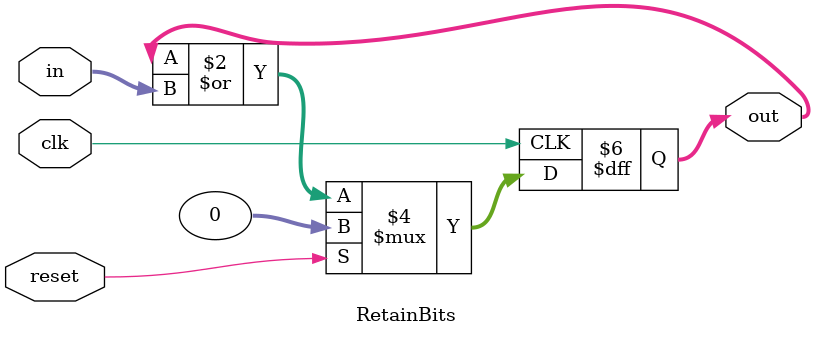
<source format=sv>
module RetainBits (
    input logic clk,
    input logic reset,
    input logic [31:0] in,
    output logic [31:0] out
);

    always_ff @(posedge clk) begin
        if (reset) begin
            out <= 32'b0;
        end else begin
            out <= out | in;
        end
    end

endmodule
</source>
